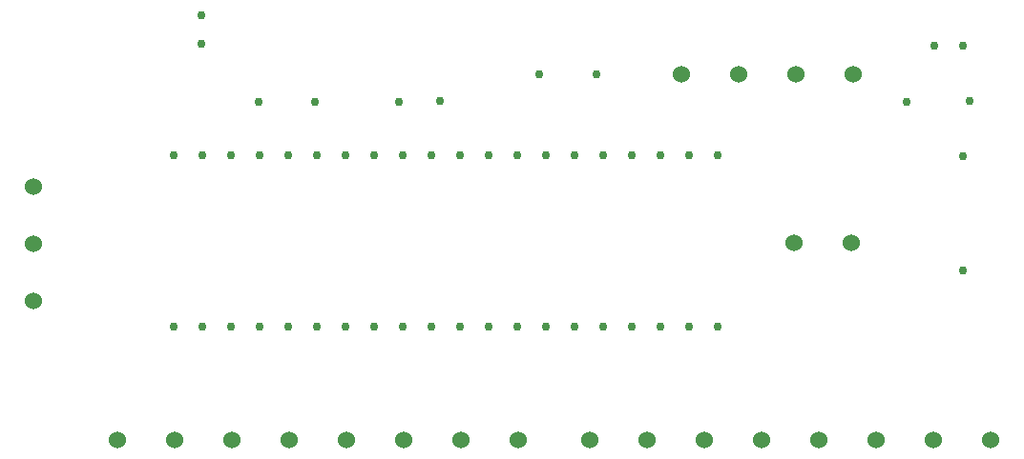
<source format=gbr>
G04 PROTEUS GERBER X2 FILE*
%TF.GenerationSoftware,Labcenter,Proteus,8.6-SP2-Build23525*%
%TF.CreationDate,2018-03-22T21:58:14+00:00*%
%TF.FileFunction,Plated,1,2,PTH*%
%TF.FilePolarity,Positive*%
%TF.Part,Single*%
%FSLAX45Y45*%
%MOMM*%
G01*
%TA.AperFunction,ComponentDrill*%
%ADD72C,0.762000*%
%ADD73C,1.524000*%
%TD.AperFunction*%
D72*
X-3004000Y+1266000D03*
X-3004000Y+1520000D03*
X+3496000Y+1250000D03*
X+3750000Y+1250000D03*
D73*
X+2250000Y-500000D03*
X+2758000Y-500000D03*
D72*
X+1576000Y+274000D03*
X+1322000Y+274000D03*
X+1068000Y+274000D03*
X+814000Y+274000D03*
X+560000Y+274000D03*
X+306000Y+274000D03*
X+52000Y+274000D03*
X-202000Y+274000D03*
X-456000Y+274000D03*
X-710000Y+274000D03*
X-964000Y+274000D03*
X-1218000Y+274000D03*
X-1472000Y+274000D03*
X-1726000Y+274000D03*
X-1980000Y+274000D03*
X-2234000Y+274000D03*
X-2488000Y+274000D03*
X-2742000Y+274000D03*
X-2996000Y+274000D03*
X-3250000Y+274000D03*
X-3250000Y-1250000D03*
X-2996000Y-1250000D03*
X-2742000Y-1250000D03*
X-2488000Y-1250000D03*
X-2234000Y-1250000D03*
X-1980000Y-1250000D03*
X-1726000Y-1250000D03*
X-1472000Y-1250000D03*
X-1218000Y-1250000D03*
X-964000Y-1250000D03*
X-710000Y-1250000D03*
X-456000Y-1250000D03*
X-202000Y-1250000D03*
X+52000Y-1250000D03*
X+306000Y-1250000D03*
X+560000Y-1250000D03*
X+814000Y-1250000D03*
X+1068000Y-1250000D03*
X+1322000Y-1250000D03*
X+1576000Y-1250000D03*
X+3750000Y-750000D03*
X+3750000Y+266000D03*
X+500000Y+1000000D03*
X-8000Y+1000000D03*
X-2500000Y+750000D03*
D73*
X+4000000Y-2250000D03*
X+3492000Y-2250000D03*
X+2984000Y-2250000D03*
X+2476000Y-2250000D03*
X+1968000Y-2250000D03*
X+1460000Y-2250000D03*
X+952000Y-2250000D03*
X+444000Y-2250000D03*
X+1250000Y+1000000D03*
X+1758000Y+1000000D03*
X+2266000Y+1000000D03*
X+2774000Y+1000000D03*
X-3750000Y-2250000D03*
X-3242000Y-2250000D03*
X-2734000Y-2250000D03*
X-2226000Y-2250000D03*
X-1718000Y-2250000D03*
X-1210000Y-2250000D03*
X-702000Y-2250000D03*
X-194000Y-2250000D03*
D72*
X-1250000Y+750000D03*
X-889000Y+762000D03*
D73*
X-4500000Y+0D03*
X-4500000Y-508000D03*
X-4500000Y-1016000D03*
D72*
X+3810000Y+762000D03*
X+3250000Y+750000D03*
X-2000000Y+750000D03*
M02*

</source>
